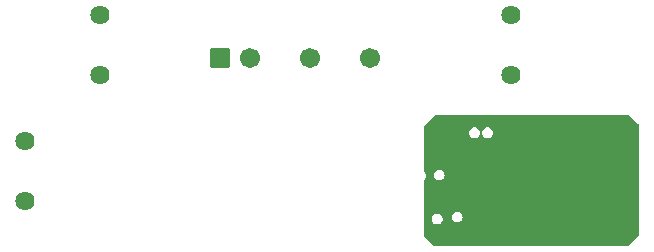
<source format=gbs>
G04 Layer: BottomSolderMaskLayer*
G04 EasyEDA Pro v2.2.36.7, 2025-03-08 17:24:09*
G04 Gerber Generator version 0.3*
G04 Scale: 100 percent, Rotated: No, Reflected: No*
G04 Dimensions in millimeters*
G04 Leading zeros omitted, absolute positions, 4 integers and 5 decimals*
%FSLAX45Y45*%
%MOMM*%
%AMRoundRect*1,1,$1,$2,$3*1,1,$1,$4,$5*1,1,$1,0-$2,0-$3*1,1,$1,0-$4,0-$5*20,1,$1,$2,$3,$4,$5,0*20,1,$1,$4,$5,0-$2,0-$3,0*20,1,$1,0-$2,0-$3,0-$4,0-$5,0*20,1,$1,0-$4,0-$5,$2,$3,0*4,1,4,$2,$3,$4,$5,0-$2,0-$3,0-$4,0-$5,$2,$3,0*%
%ADD10RoundRect,0.09588X-0.80286X0.80286X0.80286X0.80286*%
%ADD11C,1.7016*%
%ADD12C,1.6256*%
G75*


G04 PolygonModel Start*
G36*
G01X7947224Y-2327076D02*
G01X7864276Y-2410024D01*
G01X7861260Y-2412105D01*
G01X7857702Y-2412982D01*
G01X7857091Y-2413000D01*
G01X6214509Y-2413000D01*
G01X6213898Y-2412982D01*
G01X6210340Y-2412105D01*
G01X6207324Y-2410024D01*
G01X6137076Y-2339776D01*
G01X6134995Y-2336760D01*
G01X6134118Y-2333202D01*
G01X6134100Y-2332591D01*
G01X6134100Y-2177857D01*
G01X6198601Y-2177857D01*
G01X6198601Y-2190943D01*
G01X6202288Y-2203498D01*
G01X6209363Y-2214507D01*
G01X6219252Y-2223076D01*
G01X6231155Y-2228512D01*
G01X6244107Y-2230374D01*
G01X6257060Y-2228512D01*
G01X6268963Y-2223076D01*
G01X6278852Y-2214507D01*
G01X6285927Y-2203498D01*
G01X6289613Y-2190943D01*
G01X6289613Y-2177857D01*
G01X6286717Y-2167992D01*
G01X6367526Y-2167992D01*
G01X6369388Y-2180944D01*
G01X6374824Y-2192847D01*
G01X6383393Y-2202736D01*
G01X6394402Y-2209811D01*
G01X6406957Y-2213498D01*
G01X6420043Y-2213498D01*
G01X6432598Y-2209811D01*
G01X6443607Y-2202736D01*
G01X6452176Y-2192847D01*
G01X6457612Y-2180944D01*
G01X6459474Y-2167992D01*
G01X6459474Y-2167992D01*
G01X6457612Y-2155039D01*
G01X6452176Y-2143136D01*
G01X6443607Y-2133247D01*
G01X6432598Y-2126172D01*
G01X6420043Y-2122486D01*
G01X6406957Y-2122486D01*
G01X6394402Y-2126172D01*
G01X6383393Y-2133247D01*
G01X6374824Y-2143136D01*
G01X6369388Y-2155039D01*
G01X6367526Y-2167992D01*
G01X6286717Y-2167992D01*
G01X6285927Y-2165302D01*
G01X6278852Y-2154293D01*
G01X6268963Y-2145724D01*
G01X6257060Y-2140288D01*
G01X6244107Y-2138426D01*
G01X6244107Y-2138426D01*
G01X6231155Y-2140288D01*
G01X6219252Y-2145724D01*
G01X6209363Y-2154293D01*
G01X6202288Y-2165302D01*
G01X6198601Y-2177857D01*
G01X6134100Y-2177857D01*
G01X6134100Y-1855632D01*
G01X6134869Y-1851756D01*
G01X6137058Y-1848466D01*
G01X6144289Y-1838971D01*
G01X6148832Y-1827934D01*
G01X6150381Y-1816100D01*
G01X6149896Y-1812392D01*
G01X6215126Y-1812392D01*
G01X6216988Y-1825344D01*
G01X6222424Y-1837247D01*
G01X6230993Y-1847136D01*
G01X6242002Y-1854211D01*
G01X6254557Y-1857898D01*
G01X6267643Y-1857898D01*
G01X6280198Y-1854211D01*
G01X6291207Y-1847136D01*
G01X6299776Y-1837247D01*
G01X6305212Y-1825344D01*
G01X6307074Y-1812392D01*
G01X6307074Y-1812392D01*
G01X6305212Y-1799439D01*
G01X6299776Y-1787536D01*
G01X6291207Y-1777647D01*
G01X6280198Y-1770572D01*
G01X6267643Y-1766886D01*
G01X6254557Y-1766886D01*
G01X6242002Y-1770572D01*
G01X6230993Y-1777647D01*
G01X6222424Y-1787536D01*
G01X6216988Y-1799439D01*
G01X6215126Y-1812392D01*
G01X6149896Y-1812392D01*
G01X6148832Y-1804266D01*
G01X6144289Y-1793229D01*
G01X6137058Y-1783734D01*
G01X6134869Y-1780444D01*
G01X6134100Y-1776568D01*
G01X6134100Y-1453650D01*
G01X6512576Y-1453650D01*
G01X6514438Y-1466602D01*
G01X6519874Y-1478505D01*
G01X6528443Y-1488394D01*
G01X6539451Y-1495469D01*
G01X6552007Y-1499156D01*
G01X6565093Y-1499156D01*
G01X6577648Y-1495469D01*
G01X6588656Y-1488394D01*
G01X6597226Y-1478505D01*
G01X6602661Y-1466602D01*
G01X6604524Y-1453650D01*
G01X6604524Y-1453650D01*
G01X6604523Y-1453642D01*
G01X6625218Y-1453642D01*
G01X6627080Y-1466594D01*
G01X6632516Y-1478497D01*
G01X6641086Y-1488387D01*
G01X6652094Y-1495461D01*
G01X6664649Y-1499148D01*
G01X6677735Y-1499148D01*
G01X6690290Y-1495461D01*
G01X6701299Y-1488387D01*
G01X6709868Y-1478497D01*
G01X6715304Y-1466594D01*
G01X6717166Y-1453642D01*
G01X6717166Y-1453642D01*
G01X6715304Y-1440690D01*
G01X6709868Y-1428787D01*
G01X6701299Y-1418897D01*
G01X6690290Y-1411823D01*
G01X6677735Y-1408136D01*
G01X6664649Y-1408136D01*
G01X6652094Y-1411823D01*
G01X6641086Y-1418897D01*
G01X6632516Y-1428787D01*
G01X6627080Y-1440690D01*
G01X6625218Y-1453642D01*
G01X6604523Y-1453642D01*
G01X6602661Y-1440697D01*
G01X6597226Y-1428794D01*
G01X6588656Y-1418905D01*
G01X6577648Y-1411830D01*
G01X6565093Y-1408144D01*
G01X6552007Y-1408144D01*
G01X6539451Y-1411830D01*
G01X6528443Y-1418905D01*
G01X6519874Y-1428794D01*
G01X6514438Y-1440697D01*
G01X6512576Y-1453650D01*
G01X6134100Y-1453650D01*
G01X6134100Y-1401209D01*
G01X6134118Y-1400598D01*
G01X6134995Y-1397040D01*
G01X6137076Y-1394024D01*
G01X6220024Y-1311076D01*
G01X6223040Y-1308995D01*
G01X6226598Y-1308118D01*
G01X6227209Y-1308100D01*
G01X7869791Y-1308100D01*
G01X7870402Y-1308118D01*
G01X7873960Y-1308995D01*
G01X7876976Y-1311076D01*
G01X7947224Y-1381324D01*
G01X7949305Y-1384340D01*
G01X7950182Y-1387898D01*
G01X7950200Y-1388509D01*
G01X7950200Y-2319891D01*
G01X7950182Y-2320502D01*
G01X7949305Y-2324060D01*
G01X7947224Y-2327076D01*
G37*

G04 Pad Start*
G54D10*
G01X4406895Y-825500D03*
G54D11*
G01X4660895Y-825500D03*
G01X5168895Y-825500D03*
G01X5676895Y-825500D03*
G54D12*
G01X2755900Y-1528000D03*
G01X2755900Y-2027999D03*
G01X6870700Y-961199D03*
G01X6870700Y-461200D03*
G01X3390900Y-961199D03*
G01X3390900Y-461200D03*
G04 Pad End*

M02*


</source>
